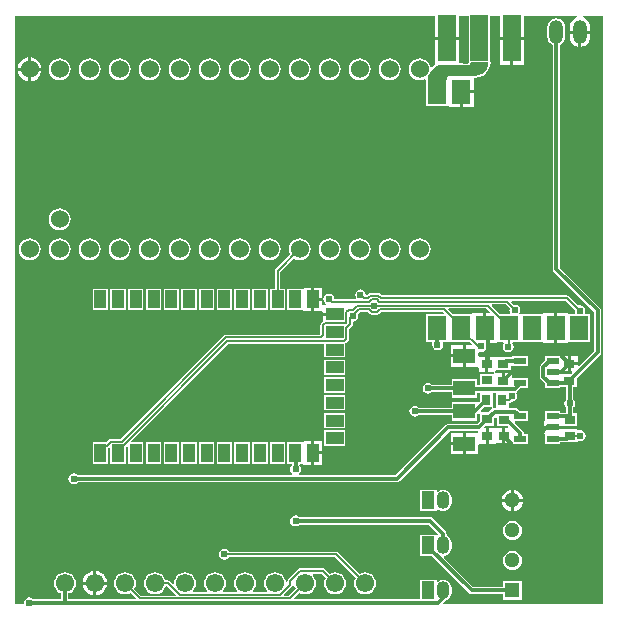
<source format=gtl>
%FSLAX23Y23*%
%MOIN*%
G70*
G01*
G75*
G04 Layer_Physical_Order=1*
G04 Layer_Color=255*
%ADD10R,0.039X0.059*%
%ADD11R,0.059X0.039*%
%ADD12R,0.035X0.031*%
%ADD13R,0.073X0.051*%
%ADD14R,0.059X0.157*%
%ADD15R,0.063X0.079*%
%ADD16R,0.035X0.030*%
%ADD17R,0.030X0.035*%
%ADD18R,0.039X0.022*%
%ADD19C,0.012*%
%ADD20C,0.012*%
%ADD21C,0.006*%
%ADD22O,0.047X0.079*%
%ADD23R,0.051X0.051*%
%ADD24C,0.051*%
%ADD25R,0.043X0.059*%
%ADD26O,0.043X0.059*%
%ADD27C,0.061*%
%ADD28C,0.060*%
%ADD29C,0.024*%
G36*
X2583Y2811D02*
X2582Y2799D01*
X2577Y2788D01*
X2570Y2779D01*
X2560Y2771D01*
X2549Y2767D01*
X2537Y2765D01*
X2537D01*
X2537Y2766D01*
X2456Y2766D01*
X2451Y2765D01*
X2448Y2763D01*
X2446Y2759D01*
X2445Y2755D01*
X2445D01*
Y2750D01*
X2382Y2750D01*
X2381Y2751D01*
X2383Y2763D01*
X2388Y2775D01*
X2396Y2785D01*
X2396Y2785D01*
X2396Y2785D01*
X2406Y2796D01*
X2406Y2796D01*
X2412Y2799D01*
X2418Y2801D01*
X2418Y2801D01*
X2418Y2800D01*
X2513Y2800D01*
X2517Y2801D01*
X2521Y2803D01*
X2523Y2807D01*
X2524Y2811D01*
X2583D01*
Y2811D01*
D02*
G37*
G36*
X1936Y1064D02*
X1940Y1056D01*
X1940Y1055D01*
X1916Y1032D01*
X1904D01*
X1902Y1036D01*
X1929Y1063D01*
X1931Y1066D01*
X1931Y1066D01*
X1936Y1064D01*
D02*
G37*
G36*
X2965Y1004D02*
X2434D01*
X2432Y1009D01*
X2439Y1015D01*
X2439Y1015D01*
X2446Y1018D01*
X2452Y1022D01*
X2456Y1028D01*
X2459Y1035D01*
X2460Y1042D01*
Y1058D01*
X2459Y1065D01*
X2456Y1072D01*
X2452Y1078D01*
X2446Y1082D01*
X2439Y1085D01*
X2432Y1086D01*
X2425Y1085D01*
X2418Y1082D01*
X2415Y1079D01*
X2410Y1082D01*
Y1085D01*
X2354D01*
Y1020D01*
X1937D01*
X1935Y1024D01*
X1953Y1042D01*
X1953Y1042D01*
X1962Y1038D01*
X1971Y1037D01*
X1981Y1038D01*
X1990Y1042D01*
X1997Y1048D01*
X2003Y1056D01*
X2007Y1064D01*
X2008Y1074D01*
X2007Y1083D01*
X2003Y1092D01*
X1997Y1100D01*
X1996Y1100D01*
X1998Y1105D01*
X2027D01*
X2040Y1092D01*
X2040Y1092D01*
X2036Y1083D01*
X2035Y1074D01*
X2036Y1064D01*
X2040Y1056D01*
X2045Y1048D01*
X2053Y1042D01*
X2062Y1038D01*
X2071Y1037D01*
X2081Y1038D01*
X2090Y1042D01*
X2097Y1048D01*
X2103Y1056D01*
X2107Y1064D01*
X2108Y1074D01*
X2107Y1083D01*
X2103Y1092D01*
X2097Y1100D01*
X2090Y1106D01*
X2081Y1109D01*
X2071Y1110D01*
X2062Y1109D01*
X2053Y1106D01*
X2053Y1105D01*
X2037Y1121D01*
X2034Y1123D01*
X2031Y1123D01*
X1956D01*
X1953Y1123D01*
X1950Y1121D01*
X1916Y1087D01*
X1914Y1084D01*
X1913Y1080D01*
Y1077D01*
X1912Y1077D01*
X1907Y1080D01*
X1907Y1083D01*
X1903Y1092D01*
X1897Y1100D01*
X1890Y1106D01*
X1881Y1109D01*
X1871Y1110D01*
X1862Y1109D01*
X1853Y1106D01*
X1845Y1100D01*
X1840Y1092D01*
X1836Y1083D01*
X1835Y1074D01*
X1836Y1064D01*
X1840Y1056D01*
X1845Y1049D01*
X1843Y1044D01*
X1799D01*
X1798Y1049D01*
X1803Y1056D01*
X1807Y1064D01*
X1808Y1074D01*
X1807Y1083D01*
X1803Y1092D01*
X1797Y1100D01*
X1790Y1106D01*
X1781Y1109D01*
X1771Y1110D01*
X1762Y1109D01*
X1753Y1106D01*
X1745Y1100D01*
X1740Y1092D01*
X1736Y1083D01*
X1735Y1074D01*
X1736Y1064D01*
X1740Y1056D01*
X1745Y1049D01*
X1743Y1044D01*
X1699D01*
X1698Y1049D01*
X1703Y1056D01*
X1707Y1064D01*
X1708Y1074D01*
X1707Y1083D01*
X1703Y1092D01*
X1697Y1100D01*
X1690Y1106D01*
X1681Y1109D01*
X1671Y1110D01*
X1662Y1109D01*
X1653Y1106D01*
X1645Y1100D01*
X1640Y1092D01*
X1636Y1083D01*
X1635Y1074D01*
X1636Y1064D01*
X1640Y1056D01*
X1645Y1049D01*
X1643Y1044D01*
X1599D01*
X1598Y1049D01*
X1603Y1056D01*
X1607Y1064D01*
X1608Y1074D01*
X1607Y1083D01*
X1603Y1092D01*
X1597Y1100D01*
X1590Y1106D01*
X1581Y1109D01*
X1571Y1110D01*
X1562Y1109D01*
X1553Y1106D01*
X1545Y1100D01*
X1540Y1092D01*
X1536Y1083D01*
X1535Y1075D01*
X1530Y1072D01*
X1522Y1080D01*
X1519Y1082D01*
X1516Y1083D01*
X1507D01*
X1507Y1083D01*
X1503Y1092D01*
X1497Y1100D01*
X1490Y1106D01*
X1481Y1109D01*
X1471Y1110D01*
X1462Y1109D01*
X1453Y1106D01*
X1445Y1100D01*
X1440Y1092D01*
X1436Y1083D01*
X1435Y1074D01*
X1436Y1064D01*
X1440Y1056D01*
X1445Y1048D01*
X1453Y1042D01*
X1462Y1038D01*
X1471Y1037D01*
X1481Y1038D01*
X1490Y1042D01*
X1497Y1048D01*
X1503Y1056D01*
X1507Y1064D01*
X1507Y1065D01*
X1512D01*
X1540Y1036D01*
X1538Y1032D01*
X1426D01*
X1403Y1055D01*
X1403Y1056D01*
X1407Y1064D01*
X1408Y1074D01*
X1407Y1083D01*
X1403Y1092D01*
X1397Y1100D01*
X1390Y1106D01*
X1381Y1109D01*
X1371Y1110D01*
X1362Y1109D01*
X1353Y1106D01*
X1345Y1100D01*
X1340Y1092D01*
X1336Y1083D01*
X1335Y1074D01*
X1336Y1064D01*
X1340Y1056D01*
X1345Y1048D01*
X1353Y1042D01*
X1362Y1038D01*
X1371Y1037D01*
X1381Y1038D01*
X1390Y1042D01*
X1390Y1042D01*
X1408Y1024D01*
X1406Y1020D01*
X1183D01*
Y1040D01*
X1190Y1042D01*
X1197Y1048D01*
X1203Y1056D01*
X1207Y1064D01*
X1208Y1074D01*
X1207Y1083D01*
X1203Y1092D01*
X1197Y1100D01*
X1190Y1106D01*
X1181Y1109D01*
X1171Y1110D01*
X1162Y1109D01*
X1153Y1106D01*
X1145Y1100D01*
X1140Y1092D01*
X1136Y1083D01*
X1135Y1074D01*
X1136Y1064D01*
X1140Y1056D01*
X1145Y1048D01*
X1153Y1042D01*
X1159Y1040D01*
Y1020D01*
X1067D01*
X1066Y1022D01*
X1060Y1026D01*
X1053Y1027D01*
X1046Y1026D01*
X1040Y1022D01*
X1036Y1016D01*
X1035Y1009D01*
X1035Y1008D01*
X1032Y1004D01*
X1004D01*
Y2965D01*
X2405D01*
Y2895D01*
X2484D01*
Y2965D01*
X2518D01*
Y2813D01*
X2517Y2812D01*
X2517Y2809D01*
X2516Y2808D01*
X2514Y2807D01*
X2512Y2806D01*
X2484Y2807D01*
Y2885D01*
X2405D01*
Y2803D01*
X2403Y2801D01*
X2402Y2800D01*
X2402Y2800D01*
X2394Y2793D01*
X2389Y2794D01*
X2389Y2797D01*
X2385Y2805D01*
X2379Y2813D01*
X2372Y2819D01*
X2363Y2822D01*
X2354Y2824D01*
X2344Y2822D01*
X2336Y2819D01*
X2328Y2813D01*
X2322Y2805D01*
X2319Y2797D01*
X2317Y2787D01*
X2319Y2778D01*
X2322Y2769D01*
X2328Y2762D01*
X2336Y2756D01*
X2344Y2752D01*
X2354Y2751D01*
X2363Y2752D01*
X2370Y2755D01*
X2375Y2752D01*
X2375Y2752D01*
X2375Y2751D01*
X2375Y2750D01*
X2375Y2749D01*
X2376Y2748D01*
Y2666D01*
X2451D01*
Y2662D01*
X2487D01*
Y2712D01*
X2492D01*
Y2717D01*
X2534D01*
Y2756D01*
X2536Y2758D01*
X2538Y2759D01*
X2550Y2760D01*
X2551Y2761D01*
X2552D01*
X2563Y2765D01*
X2563Y2766D01*
X2564Y2766D01*
X2574Y2774D01*
X2574Y2774D01*
X2575Y2775D01*
X2582Y2784D01*
X2582Y2785D01*
X2583Y2786D01*
X2588Y2797D01*
Y2798D01*
X2588Y2798D01*
X2590Y2810D01*
X2589Y2811D01*
X2590Y2811D01*
Y2811D01*
X2589Y2813D01*
X2589Y2813D01*
Y2965D01*
X2622D01*
Y2895D01*
X2701D01*
Y2965D01*
X2878D01*
X2879Y2960D01*
X2871Y2957D01*
X2864Y2951D01*
X2858Y2944D01*
X2855Y2936D01*
X2854Y2927D01*
Y2916D01*
X2922D01*
Y2927D01*
X2921Y2936D01*
X2917Y2944D01*
X2912Y2951D01*
X2905Y2957D01*
X2897Y2960D01*
X2898Y2965D01*
X2965D01*
Y1004D01*
D02*
G37*
%LPC*%
G36*
X2830Y1588D02*
X2768D01*
Y1572D01*
X2772D01*
Y1538D01*
X2823D01*
Y1543D01*
X2844D01*
X2844Y1543D01*
X2848Y1544D01*
X2850Y1545D01*
X2878D01*
Y1546D01*
X2883Y1549D01*
X2889Y1548D01*
X2896Y1549D01*
X2902Y1553D01*
X2906Y1559D01*
X2907Y1566D01*
X2906Y1573D01*
X2902Y1579D01*
X2896Y1583D01*
X2889Y1584D01*
X2883Y1583D01*
X2878Y1586D01*
Y1587D01*
X2831D01*
X2830Y1588D01*
D02*
G37*
G36*
X2498Y1574D02*
X2457D01*
Y1543D01*
X2498D01*
Y1574D01*
D02*
G37*
G36*
X2106Y1760D02*
X2035D01*
Y1709D01*
X2106D01*
Y1760D01*
D02*
G37*
G36*
Y1701D02*
X2035D01*
Y1650D01*
X2106D01*
Y1701D01*
D02*
G37*
G36*
Y1642D02*
X2035D01*
Y1590D01*
X2106D01*
Y1642D01*
D02*
G37*
G36*
X2498Y1533D02*
X2457D01*
Y1503D01*
X2498D01*
Y1533D01*
D02*
G37*
G36*
X1906Y1543D02*
X1854D01*
Y1472D01*
X1906D01*
Y1543D01*
D02*
G37*
G36*
X2028Y1547D02*
X2003D01*
Y1513D01*
X2028D01*
Y1547D01*
D02*
G37*
G36*
X2629Y1591D02*
X2606D01*
Y1590D01*
X2584D01*
Y1564D01*
Y1538D01*
X2606D01*
Y1538D01*
X2609Y1541D01*
X2629D01*
Y1566D01*
Y1591D01*
D02*
G37*
G36*
X2106Y1583D02*
X2035D01*
Y1531D01*
X2106D01*
Y1583D01*
D02*
G37*
G36*
Y1819D02*
X2035D01*
Y1768D01*
X2106D01*
Y1819D01*
D02*
G37*
G36*
X1315Y2055D02*
X1264D01*
Y1984D01*
X1315D01*
Y2055D01*
D02*
G37*
G36*
X1993Y2059D02*
X1968D01*
Y2058D01*
X1968Y2058D01*
X1965Y2055D01*
X1963Y2055D01*
X1913D01*
Y1984D01*
X1963D01*
X1965Y1984D01*
X1968Y1981D01*
Y1980D01*
X1993D01*
Y2020D01*
Y2059D01*
D02*
G37*
G36*
X1374Y2055D02*
X1323D01*
Y1984D01*
X1374D01*
Y2055D01*
D02*
G37*
G36*
X1492D02*
X1441D01*
Y1984D01*
X1492D01*
Y2055D01*
D02*
G37*
G36*
X1433D02*
X1382D01*
Y1984D01*
X1433D01*
Y2055D01*
D02*
G37*
G36*
X2809Y2957D02*
X2801Y2956D01*
X2794Y2953D01*
X2788Y2948D01*
X2783Y2942D01*
X2780Y2935D01*
X2779Y2927D01*
Y2896D01*
X2780Y2888D01*
X2783Y2881D01*
X2788Y2875D01*
X2794Y2870D01*
X2797Y2869D01*
Y2121D01*
X2797Y2121D01*
X2798Y2116D01*
X2800Y2112D01*
X2935Y1978D01*
Y1848D01*
X2886Y1799D01*
X2881Y1800D01*
Y1801D01*
X2858D01*
Y1780D01*
X2861D01*
X2863Y1776D01*
X2858Y1771D01*
X2830D01*
X2827Y1775D01*
Y1780D01*
X2848D01*
Y1806D01*
Y1832D01*
X2828D01*
X2826Y1832D01*
X2826Y1832D01*
X2823Y1832D01*
Y1832D01*
X2823Y1832D01*
X2772D01*
Y1817D01*
X2757Y1802D01*
X2754Y1798D01*
X2754Y1793D01*
X2754Y1793D01*
Y1762D01*
X2754Y1762D01*
X2754Y1757D01*
X2757Y1753D01*
X2772Y1739D01*
Y1723D01*
X2823D01*
Y1728D01*
X2830D01*
Y1727D01*
X2842D01*
Y1687D01*
X2841Y1686D01*
X2838Y1680D01*
X2836Y1673D01*
X2838Y1666D01*
X2841Y1660D01*
X2842Y1660D01*
Y1642D01*
X2823D01*
Y1647D01*
X2772D01*
Y1613D01*
X2768D01*
Y1598D01*
X2830D01*
X2831Y1598D01*
X2878D01*
Y1640D01*
X2866D01*
Y1660D01*
X2867Y1660D01*
X2871Y1666D01*
X2872Y1673D01*
X2871Y1680D01*
X2867Y1686D01*
X2866Y1687D01*
Y1727D01*
X2877D01*
Y1756D01*
X2955Y1834D01*
X2958Y1838D01*
X2959Y1843D01*
X2959Y1843D01*
Y1983D01*
X2959Y1983D01*
X2958Y1988D01*
X2955Y1992D01*
X2821Y2126D01*
Y2869D01*
X2824Y2870D01*
X2830Y2875D01*
X2835Y2881D01*
X2838Y2888D01*
X2839Y2896D01*
Y2927D01*
X2838Y2935D01*
X2835Y2942D01*
X2830Y2948D01*
X2824Y2953D01*
X2817Y2956D01*
X2809Y2957D01*
D02*
G37*
G36*
X2498Y1827D02*
X2457D01*
Y1796D01*
X2498D01*
Y1827D01*
D02*
G37*
G36*
X2858Y1832D02*
Y1811D01*
X2881D01*
Y1832D01*
X2858D01*
D02*
G37*
G36*
X2498Y1867D02*
X2457D01*
Y1837D01*
X2498D01*
Y1867D01*
D02*
G37*
G36*
X2715Y1832D02*
X2663D01*
Y1827D01*
X2657D01*
Y1828D01*
X2610D01*
X2610Y1828D01*
X2605Y1829D01*
X2605D01*
X2605Y1829D01*
X2583D01*
Y1804D01*
Y1779D01*
X2600D01*
X2600D01*
X2600D01*
X2601D01*
X2602Y1779D01*
X2605Y1775D01*
X2605Y1775D01*
X2603Y1773D01*
X2602Y1772D01*
X2602Y1772D01*
X2602Y1772D01*
X2602Y1772D01*
X2601Y1772D01*
X2554D01*
Y1734D01*
X2545D01*
Y1755D01*
X2461D01*
Y1736D01*
X2395D01*
X2395Y1736D01*
X2389Y1740D01*
X2382Y1742D01*
X2375Y1740D01*
X2369Y1736D01*
X2365Y1730D01*
X2364Y1723D01*
X2365Y1716D01*
X2369Y1711D01*
X2375Y1707D01*
X2382Y1705D01*
X2389Y1707D01*
X2395Y1711D01*
X2395Y1711D01*
X2461D01*
Y1692D01*
X2545D01*
Y1709D01*
X2551D01*
X2555Y1707D01*
X2555Y1704D01*
Y1680D01*
X2550Y1675D01*
X2545Y1677D01*
Y1678D01*
X2461D01*
Y1659D01*
X2351D01*
X2350Y1659D01*
X2345Y1663D01*
X2338Y1665D01*
X2331Y1663D01*
X2325Y1659D01*
X2321Y1654D01*
X2319Y1647D01*
X2321Y1640D01*
X2325Y1634D01*
X2331Y1630D01*
X2338Y1628D01*
X2345Y1630D01*
X2350Y1634D01*
X2351Y1634D01*
X2461D01*
Y1615D01*
X2545D01*
Y1637D01*
X2547Y1638D01*
X2550Y1641D01*
X2555Y1639D01*
Y1615D01*
X2545Y1605D01*
X2449D01*
X2444Y1604D01*
X2440Y1601D01*
X2273Y1434D01*
X1952D01*
X1951Y1439D01*
X1953Y1441D01*
X1957Y1447D01*
X1958Y1454D01*
X1957Y1461D01*
X1953Y1467D01*
X1955Y1471D01*
X1956Y1472D01*
X1963D01*
X1965Y1472D01*
X1968Y1469D01*
Y1468D01*
X1993D01*
Y1508D01*
Y1547D01*
X1968D01*
Y1547D01*
X1965Y1543D01*
X1963Y1543D01*
X1913D01*
Y1472D01*
X1928D01*
Y1467D01*
X1927Y1467D01*
X1923Y1461D01*
X1922Y1454D01*
X1923Y1447D01*
X1927Y1441D01*
X1929Y1439D01*
X1928Y1434D01*
X1214D01*
X1214Y1435D01*
X1208Y1439D01*
X1201Y1440D01*
X1194Y1439D01*
X1188Y1435D01*
X1184Y1429D01*
X1183Y1422D01*
X1184Y1415D01*
X1188Y1409D01*
X1194Y1405D01*
X1201Y1404D01*
X1208Y1405D01*
X1214Y1409D01*
X1214Y1410D01*
X2279D01*
X2283Y1411D01*
X2287Y1414D01*
X2454Y1580D01*
X2547D01*
X2547Y1579D01*
X2547Y1577D01*
X2545Y1574D01*
X2508D01*
Y1538D01*
Y1503D01*
X2549D01*
Y1534D01*
X2551Y1538D01*
X2554Y1538D01*
X2574D01*
Y1564D01*
Y1590D01*
X2571D01*
X2569Y1594D01*
X2574Y1599D01*
X2602D01*
Y1626D01*
X2605Y1629D01*
X2610Y1626D01*
Y1598D01*
X2647D01*
X2649Y1595D01*
X2647Y1591D01*
X2639D01*
Y1566D01*
Y1541D01*
X2662D01*
X2663Y1538D01*
Y1538D01*
X2715D01*
Y1572D01*
X2705D01*
X2701Y1574D01*
X2700Y1578D01*
X2698Y1582D01*
X2698Y1582D01*
X2671Y1608D01*
X2673Y1613D01*
X2715D01*
Y1647D01*
X2689D01*
X2682Y1655D01*
X2678Y1657D01*
X2673Y1658D01*
X2654D01*
X2650Y1660D01*
X2650Y1663D01*
Y1674D01*
X2652D01*
X2655Y1675D01*
X2658Y1677D01*
X2660Y1679D01*
X2661Y1679D01*
X2668Y1680D01*
X2673Y1684D01*
X2677Y1690D01*
X2679Y1697D01*
X2677Y1704D01*
X2676Y1706D01*
X2676Y1707D01*
X2678Y1712D01*
X2679Y1713D01*
X2679Y1713D01*
X2679Y1713D01*
X2683Y1717D01*
X2689Y1723D01*
X2715D01*
Y1757D01*
X2663D01*
X2661Y1761D01*
Y1775D01*
X2638D01*
Y1749D01*
X2628D01*
Y1775D01*
X2610D01*
X2608D01*
Y1775D01*
X2610Y1775D01*
X2608Y1775D01*
X2606Y1777D01*
X2606Y1780D01*
X2607Y1782D01*
X2609Y1783D01*
X2607Y1783D01*
X2607Y1783D01*
X2610Y1784D01*
X2609Y1783D01*
X2612Y1784D01*
X2657D01*
Y1803D01*
X2663D01*
Y1798D01*
X2715D01*
Y1832D01*
D02*
G37*
G36*
X2663Y1282D02*
X2655Y1281D01*
X2647Y1278D01*
X2641Y1272D01*
X2636Y1266D01*
X2633Y1258D01*
X2632Y1250D01*
X2633Y1242D01*
X2636Y1234D01*
X2641Y1227D01*
X2647Y1222D01*
X2655Y1219D01*
X2663Y1218D01*
X2672Y1219D01*
X2679Y1222D01*
X2686Y1227D01*
X2691Y1234D01*
X2694Y1242D01*
X2695Y1250D01*
X2694Y1258D01*
X2691Y1266D01*
X2686Y1272D01*
X2679Y1278D01*
X2672Y1281D01*
X2663Y1282D01*
D02*
G37*
G36*
Y1182D02*
X2655Y1181D01*
X2647Y1178D01*
X2641Y1172D01*
X2636Y1166D01*
X2633Y1158D01*
X2632Y1150D01*
X2633Y1142D01*
X2636Y1134D01*
X2641Y1127D01*
X2647Y1122D01*
X2655Y1119D01*
X2663Y1118D01*
X2672Y1119D01*
X2679Y1122D01*
X2686Y1127D01*
X2691Y1134D01*
X2694Y1142D01*
X2695Y1150D01*
X2694Y1158D01*
X2691Y1166D01*
X2686Y1172D01*
X2679Y1178D01*
X2672Y1181D01*
X2663Y1182D01*
D02*
G37*
G36*
X1940Y1300D02*
X1933Y1298D01*
X1927Y1294D01*
X1923Y1288D01*
X1922Y1281D01*
X1923Y1275D01*
X1927Y1269D01*
X1933Y1265D01*
X1940Y1263D01*
X1947Y1265D01*
X1953Y1269D01*
X1953Y1269D01*
X2384D01*
X2415Y1239D01*
X2414Y1233D01*
X2410Y1235D01*
Y1235D01*
X2354D01*
Y1164D01*
X2395D01*
X2518Y1041D01*
X2518Y1041D01*
X2522Y1039D01*
X2527Y1038D01*
X2632D01*
Y1018D01*
X2695D01*
Y1082D01*
X2632D01*
Y1062D01*
X2532D01*
X2434Y1159D01*
X2436Y1165D01*
X2439Y1165D01*
X2446Y1168D01*
X2452Y1172D01*
X2456Y1178D01*
X2459Y1185D01*
X2460Y1192D01*
Y1208D01*
X2459Y1215D01*
X2456Y1222D01*
X2452Y1228D01*
X2446Y1232D01*
X2444Y1233D01*
Y1238D01*
X2444Y1238D01*
X2443Y1242D01*
X2443Y1243D01*
X2440Y1247D01*
X2440Y1247D01*
X2397Y1290D01*
X2393Y1293D01*
X2389Y1294D01*
X2389Y1294D01*
X1953D01*
X1953Y1294D01*
X1947Y1298D01*
X1940Y1300D01*
D02*
G37*
G36*
X2699Y1345D02*
X2668D01*
Y1315D01*
X2673Y1315D01*
X2681Y1319D01*
X2689Y1325D01*
X2694Y1332D01*
X2698Y1341D01*
X2699Y1345D01*
D02*
G37*
G36*
X2658D02*
X2628D01*
X2629Y1341D01*
X2632Y1332D01*
X2638Y1325D01*
X2645Y1319D01*
X2654Y1315D01*
X2658Y1315D01*
Y1345D01*
D02*
G37*
G36*
X1311Y1069D02*
X1276D01*
Y1034D01*
X1282Y1035D01*
X1292Y1039D01*
X1300Y1045D01*
X1306Y1053D01*
X1311Y1063D01*
X1311Y1069D01*
D02*
G37*
G36*
X1266D02*
X1231D01*
X1232Y1063D01*
X1236Y1053D01*
X1243Y1045D01*
X1251Y1039D01*
X1261Y1035D01*
X1266Y1034D01*
Y1069D01*
D02*
G37*
G36*
X1703Y1188D02*
X1696Y1187D01*
X1690Y1183D01*
X1686Y1177D01*
X1685Y1170D01*
X1686Y1163D01*
X1690Y1157D01*
X1696Y1153D01*
X1703Y1152D01*
X1710Y1153D01*
X1716Y1157D01*
X1718Y1161D01*
X2071D01*
X2140Y1092D01*
X2140Y1092D01*
X2136Y1083D01*
X2135Y1074D01*
X2136Y1064D01*
X2140Y1056D01*
X2145Y1048D01*
X2153Y1042D01*
X2162Y1038D01*
X2171Y1037D01*
X2181Y1038D01*
X2190Y1042D01*
X2197Y1048D01*
X2203Y1056D01*
X2207Y1064D01*
X2208Y1074D01*
X2207Y1083D01*
X2203Y1092D01*
X2197Y1100D01*
X2190Y1106D01*
X2181Y1109D01*
X2171Y1110D01*
X2162Y1109D01*
X2153Y1106D01*
X2153Y1105D01*
X2081Y1177D01*
X2078Y1179D01*
X2075Y1179D01*
X1718D01*
X1716Y1183D01*
X1710Y1187D01*
X1703Y1188D01*
D02*
G37*
G36*
X1276Y1114D02*
Y1079D01*
X1311D01*
X1311Y1084D01*
X1306Y1094D01*
X1300Y1103D01*
X1292Y1109D01*
X1282Y1113D01*
X1276Y1114D01*
D02*
G37*
G36*
X1266D02*
X1261Y1113D01*
X1251Y1109D01*
X1243Y1103D01*
X1236Y1094D01*
X1232Y1084D01*
X1231Y1079D01*
X1266D01*
Y1114D01*
D02*
G37*
G36*
X2658Y1385D02*
X2654Y1385D01*
X2645Y1381D01*
X2638Y1375D01*
X2632Y1368D01*
X2629Y1359D01*
X2628Y1355D01*
X2658D01*
Y1385D01*
D02*
G37*
G36*
X1669Y1543D02*
X1618D01*
Y1472D01*
X1669D01*
Y1543D01*
D02*
G37*
G36*
X1610D02*
X1559D01*
Y1472D01*
X1610D01*
Y1543D01*
D02*
G37*
G36*
X1728D02*
X1677D01*
Y1472D01*
X1728D01*
Y1543D01*
D02*
G37*
G36*
X1847D02*
X1795D01*
Y1472D01*
X1847D01*
Y1543D01*
D02*
G37*
G36*
X1787D02*
X1736D01*
Y1472D01*
X1787D01*
Y1543D01*
D02*
G37*
G36*
X2432Y1386D02*
X2425Y1385D01*
X2418Y1382D01*
X2415Y1379D01*
X2410Y1382D01*
Y1385D01*
X2354D01*
Y1314D01*
X2410D01*
Y1318D01*
X2415Y1321D01*
X2418Y1318D01*
X2425Y1315D01*
X2432Y1314D01*
X2439Y1315D01*
X2446Y1318D01*
X2452Y1322D01*
X2456Y1328D01*
X2459Y1335D01*
X2460Y1342D01*
Y1358D01*
X2459Y1365D01*
X2456Y1372D01*
X2452Y1378D01*
X2446Y1382D01*
X2439Y1385D01*
X2432Y1386D01*
D02*
G37*
G36*
X2668Y1385D02*
Y1355D01*
X2699D01*
X2698Y1359D01*
X2694Y1368D01*
X2689Y1375D01*
X2681Y1381D01*
X2673Y1385D01*
X2668Y1385D01*
D02*
G37*
G36*
X2028Y1503D02*
X2003D01*
Y1468D01*
X2028D01*
Y1503D01*
D02*
G37*
G36*
X1551Y1543D02*
X1500D01*
Y1472D01*
X1551D01*
Y1543D01*
D02*
G37*
G36*
X1492D02*
X1441D01*
Y1472D01*
X1492D01*
Y1543D01*
D02*
G37*
G36*
X1551Y2055D02*
X1500D01*
Y1984D01*
X1551D01*
Y2055D01*
D02*
G37*
G36*
X1354Y2824D02*
X1344Y2822D01*
X1336Y2819D01*
X1328Y2813D01*
X1322Y2805D01*
X1319Y2797D01*
X1317Y2787D01*
X1319Y2778D01*
X1322Y2769D01*
X1328Y2762D01*
X1336Y2756D01*
X1344Y2752D01*
X1354Y2751D01*
X1363Y2752D01*
X1372Y2756D01*
X1379Y2762D01*
X1385Y2769D01*
X1389Y2778D01*
X1390Y2787D01*
X1389Y2797D01*
X1385Y2805D01*
X1379Y2813D01*
X1372Y2819D01*
X1363Y2822D01*
X1354Y2824D01*
D02*
G37*
G36*
X1254D02*
X1244Y2822D01*
X1236Y2819D01*
X1228Y2813D01*
X1222Y2805D01*
X1219Y2797D01*
X1217Y2787D01*
X1219Y2778D01*
X1222Y2769D01*
X1228Y2762D01*
X1236Y2756D01*
X1244Y2752D01*
X1254Y2751D01*
X1263Y2752D01*
X1272Y2756D01*
X1279Y2762D01*
X1285Y2769D01*
X1289Y2778D01*
X1290Y2787D01*
X1289Y2797D01*
X1285Y2805D01*
X1279Y2813D01*
X1272Y2819D01*
X1263Y2822D01*
X1254Y2824D01*
D02*
G37*
G36*
X1454D02*
X1444Y2822D01*
X1436Y2819D01*
X1428Y2813D01*
X1422Y2805D01*
X1419Y2797D01*
X1417Y2787D01*
X1419Y2778D01*
X1422Y2769D01*
X1428Y2762D01*
X1436Y2756D01*
X1444Y2752D01*
X1454Y2751D01*
X1463Y2752D01*
X1472Y2756D01*
X1479Y2762D01*
X1485Y2769D01*
X1489Y2778D01*
X1490Y2787D01*
X1489Y2797D01*
X1485Y2805D01*
X1479Y2813D01*
X1472Y2819D01*
X1463Y2822D01*
X1454Y2824D01*
D02*
G37*
G36*
X1654D02*
X1644Y2822D01*
X1636Y2819D01*
X1628Y2813D01*
X1622Y2805D01*
X1619Y2797D01*
X1617Y2787D01*
X1619Y2778D01*
X1622Y2769D01*
X1628Y2762D01*
X1636Y2756D01*
X1644Y2752D01*
X1654Y2751D01*
X1663Y2752D01*
X1672Y2756D01*
X1679Y2762D01*
X1685Y2769D01*
X1689Y2778D01*
X1690Y2787D01*
X1689Y2797D01*
X1685Y2805D01*
X1679Y2813D01*
X1672Y2819D01*
X1663Y2822D01*
X1654Y2824D01*
D02*
G37*
G36*
X1554D02*
X1544Y2822D01*
X1536Y2819D01*
X1528Y2813D01*
X1522Y2805D01*
X1519Y2797D01*
X1517Y2787D01*
X1519Y2778D01*
X1522Y2769D01*
X1528Y2762D01*
X1536Y2756D01*
X1544Y2752D01*
X1554Y2751D01*
X1563Y2752D01*
X1572Y2756D01*
X1579Y2762D01*
X1585Y2769D01*
X1589Y2778D01*
X1590Y2787D01*
X1589Y2797D01*
X1585Y2805D01*
X1579Y2813D01*
X1572Y2819D01*
X1563Y2822D01*
X1554Y2824D01*
D02*
G37*
G36*
X1154D02*
X1144Y2822D01*
X1136Y2819D01*
X1128Y2813D01*
X1122Y2805D01*
X1119Y2797D01*
X1117Y2787D01*
X1119Y2778D01*
X1122Y2769D01*
X1128Y2762D01*
X1136Y2756D01*
X1144Y2752D01*
X1154Y2751D01*
X1163Y2752D01*
X1172Y2756D01*
X1179Y2762D01*
X1185Y2769D01*
X1189Y2778D01*
X1190Y2787D01*
X1189Y2797D01*
X1185Y2805D01*
X1179Y2813D01*
X1172Y2819D01*
X1163Y2822D01*
X1154Y2824D01*
D02*
G37*
G36*
Y2324D02*
X1144Y2322D01*
X1136Y2319D01*
X1128Y2313D01*
X1122Y2305D01*
X1119Y2297D01*
X1117Y2287D01*
X1119Y2278D01*
X1122Y2269D01*
X1128Y2262D01*
X1136Y2256D01*
X1144Y2252D01*
X1154Y2251D01*
X1163Y2252D01*
X1172Y2256D01*
X1179Y2262D01*
X1185Y2269D01*
X1189Y2278D01*
X1190Y2287D01*
X1189Y2297D01*
X1185Y2305D01*
X1179Y2313D01*
X1172Y2319D01*
X1163Y2322D01*
X1154Y2324D01*
D02*
G37*
G36*
X2354Y2224D02*
X2344Y2222D01*
X2336Y2219D01*
X2328Y2213D01*
X2322Y2205D01*
X2319Y2197D01*
X2317Y2187D01*
X2319Y2178D01*
X2322Y2169D01*
X2328Y2162D01*
X2336Y2156D01*
X2344Y2152D01*
X2354Y2151D01*
X2363Y2152D01*
X2372Y2156D01*
X2379Y2162D01*
X2385Y2169D01*
X2389Y2178D01*
X2390Y2187D01*
X2389Y2197D01*
X2385Y2205D01*
X2379Y2213D01*
X2372Y2219D01*
X2363Y2222D01*
X2354Y2224D01*
D02*
G37*
G36*
X2534Y2707D02*
X2497D01*
Y2662D01*
X2534D01*
Y2707D01*
D02*
G37*
G36*
X1093Y2782D02*
X1059D01*
Y2748D01*
X1064Y2748D01*
X1074Y2752D01*
X1082Y2759D01*
X1089Y2767D01*
X1093Y2777D01*
X1093Y2782D01*
D02*
G37*
G36*
X1049D02*
X1014D01*
X1015Y2777D01*
X1019Y2767D01*
X1025Y2759D01*
X1034Y2752D01*
X1043Y2748D01*
X1049Y2748D01*
Y2782D01*
D02*
G37*
G36*
X1754Y2824D02*
X1744Y2822D01*
X1736Y2819D01*
X1728Y2813D01*
X1722Y2805D01*
X1719Y2797D01*
X1717Y2787D01*
X1719Y2778D01*
X1722Y2769D01*
X1728Y2762D01*
X1736Y2756D01*
X1744Y2752D01*
X1754Y2751D01*
X1763Y2752D01*
X1772Y2756D01*
X1779Y2762D01*
X1785Y2769D01*
X1789Y2778D01*
X1790Y2787D01*
X1789Y2797D01*
X1785Y2805D01*
X1779Y2813D01*
X1772Y2819D01*
X1763Y2822D01*
X1754Y2824D01*
D02*
G37*
G36*
X2656Y2885D02*
X2622D01*
Y2801D01*
X2656D01*
Y2885D01*
D02*
G37*
G36*
X1059Y2827D02*
Y2792D01*
X1093D01*
X1093Y2798D01*
X1089Y2807D01*
X1082Y2816D01*
X1074Y2822D01*
X1064Y2826D01*
X1059Y2827D01*
D02*
G37*
G36*
X2701Y2885D02*
X2666D01*
Y2801D01*
X2701D01*
Y2885D01*
D02*
G37*
G36*
X2922Y2906D02*
X2893D01*
Y2862D01*
X2897Y2863D01*
X2905Y2866D01*
X2912Y2872D01*
X2917Y2879D01*
X2921Y2887D01*
X2922Y2896D01*
Y2906D01*
D02*
G37*
G36*
X2883D02*
X2854D01*
Y2896D01*
X2855Y2887D01*
X2858Y2879D01*
X2864Y2872D01*
X2871Y2866D01*
X2879Y2863D01*
X2883Y2862D01*
Y2906D01*
D02*
G37*
G36*
X1049Y2827D02*
X1043Y2826D01*
X1034Y2822D01*
X1025Y2816D01*
X1019Y2807D01*
X1015Y2798D01*
X1014Y2792D01*
X1049D01*
Y2827D01*
D02*
G37*
G36*
X1954Y2824D02*
X1944Y2822D01*
X1936Y2819D01*
X1928Y2813D01*
X1922Y2805D01*
X1919Y2797D01*
X1917Y2787D01*
X1919Y2778D01*
X1922Y2769D01*
X1928Y2762D01*
X1936Y2756D01*
X1944Y2752D01*
X1954Y2751D01*
X1963Y2752D01*
X1972Y2756D01*
X1979Y2762D01*
X1985Y2769D01*
X1989Y2778D01*
X1990Y2787D01*
X1989Y2797D01*
X1985Y2805D01*
X1979Y2813D01*
X1972Y2819D01*
X1963Y2822D01*
X1954Y2824D01*
D02*
G37*
G36*
X1854D02*
X1844Y2822D01*
X1836Y2819D01*
X1828Y2813D01*
X1822Y2805D01*
X1819Y2797D01*
X1817Y2787D01*
X1819Y2778D01*
X1822Y2769D01*
X1828Y2762D01*
X1836Y2756D01*
X1844Y2752D01*
X1854Y2751D01*
X1863Y2752D01*
X1872Y2756D01*
X1879Y2762D01*
X1885Y2769D01*
X1889Y2778D01*
X1890Y2787D01*
X1889Y2797D01*
X1885Y2805D01*
X1879Y2813D01*
X1872Y2819D01*
X1863Y2822D01*
X1854Y2824D01*
D02*
G37*
G36*
X2054D02*
X2044Y2822D01*
X2036Y2819D01*
X2028Y2813D01*
X2022Y2805D01*
X2019Y2797D01*
X2017Y2787D01*
X2019Y2778D01*
X2022Y2769D01*
X2028Y2762D01*
X2036Y2756D01*
X2044Y2752D01*
X2054Y2751D01*
X2063Y2752D01*
X2072Y2756D01*
X2079Y2762D01*
X2085Y2769D01*
X2089Y2778D01*
X2090Y2787D01*
X2089Y2797D01*
X2085Y2805D01*
X2079Y2813D01*
X2072Y2819D01*
X2063Y2822D01*
X2054Y2824D01*
D02*
G37*
G36*
X2254D02*
X2244Y2822D01*
X2236Y2819D01*
X2228Y2813D01*
X2222Y2805D01*
X2219Y2797D01*
X2217Y2787D01*
X2219Y2778D01*
X2222Y2769D01*
X2228Y2762D01*
X2236Y2756D01*
X2244Y2752D01*
X2254Y2751D01*
X2263Y2752D01*
X2272Y2756D01*
X2279Y2762D01*
X2285Y2769D01*
X2289Y2778D01*
X2290Y2787D01*
X2289Y2797D01*
X2285Y2805D01*
X2279Y2813D01*
X2272Y2819D01*
X2263Y2822D01*
X2254Y2824D01*
D02*
G37*
G36*
X2154D02*
X2144Y2822D01*
X2136Y2819D01*
X2128Y2813D01*
X2122Y2805D01*
X2119Y2797D01*
X2117Y2787D01*
X2119Y2778D01*
X2122Y2769D01*
X2128Y2762D01*
X2136Y2756D01*
X2144Y2752D01*
X2154Y2751D01*
X2163Y2752D01*
X2172Y2756D01*
X2179Y2762D01*
X2185Y2769D01*
X2189Y2778D01*
X2190Y2787D01*
X2189Y2797D01*
X2185Y2805D01*
X2179Y2813D01*
X2172Y2819D01*
X2163Y2822D01*
X2154Y2824D01*
D02*
G37*
G36*
X2254Y2224D02*
X2244Y2222D01*
X2236Y2219D01*
X2228Y2213D01*
X2222Y2205D01*
X2219Y2197D01*
X2217Y2187D01*
X2219Y2178D01*
X2222Y2169D01*
X2228Y2162D01*
X2236Y2156D01*
X2244Y2152D01*
X2254Y2151D01*
X2263Y2152D01*
X2272Y2156D01*
X2279Y2162D01*
X2285Y2169D01*
X2289Y2178D01*
X2290Y2187D01*
X2289Y2197D01*
X2285Y2205D01*
X2279Y2213D01*
X2272Y2219D01*
X2263Y2222D01*
X2254Y2224D01*
D02*
G37*
G36*
X2028Y2059D02*
X2003D01*
Y2025D01*
X2028D01*
Y2059D01*
D02*
G37*
G36*
X2156Y2054D02*
X2150Y2052D01*
X2144Y2048D01*
X2140Y2042D01*
X2138Y2035D01*
X2140Y2028D01*
X2142Y2025D01*
X2139Y2020D01*
X2070D01*
X2069Y2021D01*
X2068Y2028D01*
X2064Y2034D01*
X2058Y2038D01*
X2051Y2039D01*
X2044Y2038D01*
X2038Y2034D01*
X2035Y2028D01*
X2033Y2021D01*
X2035Y2014D01*
X2038Y2008D01*
X2043Y2005D01*
X2041Y2000D01*
X2033D01*
X2031Y2000D01*
X2028Y2003D01*
Y2015D01*
X2003D01*
Y1980D01*
X2026D01*
X2028Y1980D01*
X2031Y1977D01*
Y1975D01*
X2071D01*
Y1965D01*
X2031D01*
Y1947D01*
X2026Y1941D01*
X2024Y1938D01*
X2023Y1935D01*
Y1905D01*
X2020Y1902D01*
X1708D01*
X1705Y1902D01*
X1702Y1900D01*
X1358Y1556D01*
X1325D01*
X1322Y1555D01*
X1321Y1555D01*
X1319Y1553D01*
X1309Y1543D01*
X1264D01*
Y1472D01*
X1315D01*
Y1523D01*
X1318Y1526D01*
X1323Y1524D01*
Y1472D01*
X1374D01*
Y1528D01*
X1377Y1531D01*
X1382Y1529D01*
Y1472D01*
X1433D01*
Y1543D01*
X1395D01*
X1393Y1548D01*
X1717Y1872D01*
X2035D01*
Y1827D01*
X2106D01*
Y1873D01*
X2109Y1875D01*
X2116Y1882D01*
X2118Y1884D01*
X2119Y1888D01*
Y1921D01*
X2128Y1930D01*
X2130Y1933D01*
X2131Y1937D01*
Y1946D01*
X2137Y1948D01*
X2143Y1952D01*
X2147Y1958D01*
X2148Y1965D01*
X2147Y1970D01*
X2155Y1978D01*
X2181D01*
X2188Y1972D01*
X2191Y1970D01*
X2194Y1969D01*
X2211D01*
X2215Y1970D01*
X2218Y1972D01*
X2224Y1978D01*
X2430D01*
X2434Y1974D01*
X2432Y1970D01*
X2376D01*
Y1879D01*
X2394D01*
X2396Y1874D01*
X2395Y1868D01*
X2397Y1861D01*
X2401Y1855D01*
X2406Y1851D01*
X2413Y1850D01*
X2420Y1851D01*
X2426Y1855D01*
X2430Y1861D01*
X2432Y1868D01*
X2430Y1874D01*
X2433Y1879D01*
X2451D01*
X2451Y1879D01*
X2451D01*
X2455D01*
Y1879D01*
X2456Y1879D01*
X2520D01*
X2527Y1872D01*
X2525Y1867D01*
X2508D01*
Y1832D01*
Y1796D01*
X2545D01*
X2549Y1796D01*
X2550Y1791D01*
Y1791D01*
Y1779D01*
X2573D01*
Y1804D01*
Y1829D01*
X2554D01*
X2550Y1829D01*
X2549Y1834D01*
Y1842D01*
X2554Y1846D01*
X2558Y1845D01*
X2565Y1846D01*
X2571Y1850D01*
X2575Y1856D01*
X2576Y1863D01*
X2575Y1870D01*
X2575Y1871D01*
X2577Y1875D01*
X2612D01*
Y1879D01*
X2633D01*
X2633Y1878D01*
X2635Y1874D01*
X2632Y1869D01*
X2630Y1862D01*
X2632Y1855D01*
X2636Y1849D01*
X2642Y1845D01*
X2649Y1844D01*
X2656Y1845D01*
X2661Y1849D01*
X2665Y1855D01*
X2667Y1862D01*
X2665Y1869D01*
X2662Y1874D01*
X2664Y1878D01*
X2664Y1879D01*
X2687D01*
Y1879D01*
X2691D01*
Y1879D01*
X2766D01*
Y1875D01*
X2802D01*
Y1924D01*
Y1974D01*
X2766D01*
Y1970D01*
X2691D01*
Y1970D01*
X2687D01*
X2686Y1975D01*
X2688Y1977D01*
X2689Y1984D01*
X2688Y1991D01*
X2684Y1997D01*
X2678Y2001D01*
X2671Y2002D01*
X2667Y2002D01*
X2658Y2010D01*
X2660Y2015D01*
X2841D01*
X2871Y1985D01*
X2870Y1981D01*
X2871Y1975D01*
X2871Y1974D01*
X2868Y1970D01*
X2849D01*
Y1974D01*
X2812D01*
Y1924D01*
Y1875D01*
X2849D01*
Y1879D01*
X2923D01*
Y1970D01*
X2907D01*
X2905Y1974D01*
X2905Y1975D01*
X2906Y1981D01*
X2905Y1988D01*
X2901Y1994D01*
X2895Y1998D01*
X2888Y2000D01*
X2883Y1999D01*
X2852Y2030D01*
X2849Y2032D01*
X2845Y2033D01*
X2228D01*
X2223Y2038D01*
X2220Y2040D01*
X2216Y2041D01*
X2189D01*
X2186Y2040D01*
X2183Y2038D01*
X2179Y2035D01*
X2179Y2035D01*
X2174Y2037D01*
X2173Y2042D01*
X2169Y2048D01*
X2163Y2052D01*
X2156Y2054D01*
D02*
G37*
G36*
X1054Y2224D02*
X1044Y2222D01*
X1036Y2219D01*
X1028Y2213D01*
X1022Y2205D01*
X1019Y2197D01*
X1017Y2187D01*
X1019Y2178D01*
X1022Y2169D01*
X1028Y2162D01*
X1036Y2156D01*
X1044Y2152D01*
X1054Y2151D01*
X1063Y2152D01*
X1072Y2156D01*
X1079Y2162D01*
X1085Y2169D01*
X1089Y2178D01*
X1090Y2187D01*
X1089Y2197D01*
X1085Y2205D01*
X1079Y2213D01*
X1072Y2219D01*
X1063Y2222D01*
X1054Y2224D01*
D02*
G37*
G36*
X1254D02*
X1244Y2222D01*
X1236Y2219D01*
X1228Y2213D01*
X1222Y2205D01*
X1219Y2197D01*
X1217Y2187D01*
X1219Y2178D01*
X1222Y2169D01*
X1228Y2162D01*
X1236Y2156D01*
X1244Y2152D01*
X1254Y2151D01*
X1263Y2152D01*
X1272Y2156D01*
X1279Y2162D01*
X1285Y2169D01*
X1289Y2178D01*
X1290Y2187D01*
X1289Y2197D01*
X1285Y2205D01*
X1279Y2213D01*
X1272Y2219D01*
X1263Y2222D01*
X1254Y2224D01*
D02*
G37*
G36*
X1154D02*
X1144Y2222D01*
X1136Y2219D01*
X1128Y2213D01*
X1122Y2205D01*
X1119Y2197D01*
X1117Y2187D01*
X1119Y2178D01*
X1122Y2169D01*
X1128Y2162D01*
X1136Y2156D01*
X1144Y2152D01*
X1154Y2151D01*
X1163Y2152D01*
X1172Y2156D01*
X1179Y2162D01*
X1185Y2169D01*
X1189Y2178D01*
X1190Y2187D01*
X1189Y2197D01*
X1185Y2205D01*
X1179Y2213D01*
X1172Y2219D01*
X1163Y2222D01*
X1154Y2224D01*
D02*
G37*
G36*
X1669Y2055D02*
X1618D01*
Y1984D01*
X1669D01*
Y2055D01*
D02*
G37*
G36*
X1610D02*
X1559D01*
Y1984D01*
X1610D01*
Y2055D01*
D02*
G37*
G36*
X1728D02*
X1677D01*
Y1984D01*
X1728D01*
Y2055D01*
D02*
G37*
G36*
X1847D02*
X1795D01*
Y1984D01*
X1847D01*
Y2055D01*
D02*
G37*
G36*
X1787D02*
X1736D01*
Y1984D01*
X1787D01*
Y2055D01*
D02*
G37*
G36*
X1354Y2224D02*
X1344Y2222D01*
X1336Y2219D01*
X1328Y2213D01*
X1322Y2205D01*
X1319Y2197D01*
X1317Y2187D01*
X1319Y2178D01*
X1322Y2169D01*
X1328Y2162D01*
X1336Y2156D01*
X1344Y2152D01*
X1354Y2151D01*
X1363Y2152D01*
X1372Y2156D01*
X1379Y2162D01*
X1385Y2169D01*
X1389Y2178D01*
X1390Y2187D01*
X1389Y2197D01*
X1385Y2205D01*
X1379Y2213D01*
X1372Y2219D01*
X1363Y2222D01*
X1354Y2224D01*
D02*
G37*
G36*
X1954D02*
X1944Y2222D01*
X1936Y2219D01*
X1928Y2213D01*
X1922Y2205D01*
X1919Y2197D01*
X1917Y2187D01*
X1919Y2178D01*
X1922Y2170D01*
X1873Y2121D01*
X1871Y2118D01*
X1871Y2114D01*
Y2055D01*
X1854D01*
Y1984D01*
X1906D01*
Y2055D01*
X1889D01*
Y2111D01*
X1935Y2156D01*
X1936Y2156D01*
X1944Y2152D01*
X1954Y2151D01*
X1963Y2152D01*
X1972Y2156D01*
X1979Y2162D01*
X1985Y2169D01*
X1989Y2178D01*
X1990Y2187D01*
X1989Y2197D01*
X1985Y2205D01*
X1979Y2213D01*
X1972Y2219D01*
X1963Y2222D01*
X1954Y2224D01*
D02*
G37*
G36*
X1654D02*
X1644Y2222D01*
X1636Y2219D01*
X1628Y2213D01*
X1622Y2205D01*
X1619Y2197D01*
X1617Y2187D01*
X1619Y2178D01*
X1622Y2169D01*
X1628Y2162D01*
X1636Y2156D01*
X1644Y2152D01*
X1654Y2151D01*
X1663Y2152D01*
X1672Y2156D01*
X1679Y2162D01*
X1685Y2169D01*
X1689Y2178D01*
X1690Y2187D01*
X1689Y2197D01*
X1685Y2205D01*
X1679Y2213D01*
X1672Y2219D01*
X1663Y2222D01*
X1654Y2224D01*
D02*
G37*
G36*
X1754D02*
X1744Y2222D01*
X1736Y2219D01*
X1728Y2213D01*
X1722Y2205D01*
X1719Y2197D01*
X1717Y2187D01*
X1719Y2178D01*
X1722Y2169D01*
X1728Y2162D01*
X1736Y2156D01*
X1744Y2152D01*
X1754Y2151D01*
X1763Y2152D01*
X1772Y2156D01*
X1779Y2162D01*
X1785Y2169D01*
X1789Y2178D01*
X1790Y2187D01*
X1789Y2197D01*
X1785Y2205D01*
X1779Y2213D01*
X1772Y2219D01*
X1763Y2222D01*
X1754Y2224D01*
D02*
G37*
G36*
X1854D02*
X1844Y2222D01*
X1836Y2219D01*
X1828Y2213D01*
X1822Y2205D01*
X1819Y2197D01*
X1817Y2187D01*
X1819Y2178D01*
X1822Y2169D01*
X1828Y2162D01*
X1836Y2156D01*
X1844Y2152D01*
X1854Y2151D01*
X1863Y2152D01*
X1872Y2156D01*
X1879Y2162D01*
X1885Y2169D01*
X1889Y2178D01*
X1890Y2187D01*
X1889Y2197D01*
X1885Y2205D01*
X1879Y2213D01*
X1872Y2219D01*
X1863Y2222D01*
X1854Y2224D01*
D02*
G37*
G36*
X2154D02*
X2144Y2222D01*
X2136Y2219D01*
X2128Y2213D01*
X2122Y2205D01*
X2119Y2197D01*
X2117Y2187D01*
X2119Y2178D01*
X2122Y2169D01*
X2128Y2162D01*
X2136Y2156D01*
X2144Y2152D01*
X2154Y2151D01*
X2163Y2152D01*
X2172Y2156D01*
X2179Y2162D01*
X2185Y2169D01*
X2189Y2178D01*
X2190Y2187D01*
X2189Y2197D01*
X2185Y2205D01*
X2179Y2213D01*
X2172Y2219D01*
X2163Y2222D01*
X2154Y2224D01*
D02*
G37*
G36*
X1454D02*
X1444Y2222D01*
X1436Y2219D01*
X1428Y2213D01*
X1422Y2205D01*
X1419Y2197D01*
X1417Y2187D01*
X1419Y2178D01*
X1422Y2169D01*
X1428Y2162D01*
X1436Y2156D01*
X1444Y2152D01*
X1454Y2151D01*
X1463Y2152D01*
X1472Y2156D01*
X1479Y2162D01*
X1485Y2169D01*
X1489Y2178D01*
X1490Y2187D01*
X1489Y2197D01*
X1485Y2205D01*
X1479Y2213D01*
X1472Y2219D01*
X1463Y2222D01*
X1454Y2224D01*
D02*
G37*
G36*
X2054D02*
X2044Y2222D01*
X2036Y2219D01*
X2028Y2213D01*
X2022Y2205D01*
X2019Y2197D01*
X2017Y2187D01*
X2019Y2178D01*
X2022Y2169D01*
X2028Y2162D01*
X2036Y2156D01*
X2044Y2152D01*
X2054Y2151D01*
X2063Y2152D01*
X2072Y2156D01*
X2079Y2162D01*
X2085Y2169D01*
X2089Y2178D01*
X2090Y2187D01*
X2089Y2197D01*
X2085Y2205D01*
X2079Y2213D01*
X2072Y2219D01*
X2063Y2222D01*
X2054Y2224D01*
D02*
G37*
G36*
X1554D02*
X1544Y2222D01*
X1536Y2219D01*
X1528Y2213D01*
X1522Y2205D01*
X1519Y2197D01*
X1517Y2187D01*
X1519Y2178D01*
X1522Y2169D01*
X1528Y2162D01*
X1536Y2156D01*
X1544Y2152D01*
X1554Y2151D01*
X1563Y2152D01*
X1572Y2156D01*
X1579Y2162D01*
X1585Y2169D01*
X1589Y2178D01*
X1590Y2187D01*
X1589Y2197D01*
X1585Y2205D01*
X1579Y2213D01*
X1572Y2219D01*
X1563Y2222D01*
X1554Y2224D01*
D02*
G37*
%LPD*%
G36*
X2595Y1655D02*
X2595Y1655D01*
X2583Y1643D01*
X2559D01*
X2557Y1648D01*
X2569Y1660D01*
X2594D01*
X2595Y1655D01*
D02*
G37*
G36*
X2608Y1707D02*
Y1663D01*
X2608Y1660D01*
X2604Y1658D01*
X2604Y1658D01*
X2604D01*
X2601Y1658D01*
X2597Y1661D01*
X2597Y1661D01*
Y1704D01*
X2597Y1707D01*
X2601Y1709D01*
X2601D01*
X2604D01*
X2608Y1707D01*
D02*
G37*
G36*
X2654Y1989D02*
X2653Y1984D01*
X2654Y1977D01*
X2656Y1975D01*
X2654Y1970D01*
X2622D01*
X2594Y1998D01*
X2596Y2003D01*
X2640D01*
X2654Y1989D01*
D02*
G37*
G36*
X2587Y1978D02*
X2586Y1974D01*
X2576D01*
Y1924D01*
X2566D01*
Y1974D01*
X2529D01*
Y1970D01*
X2465D01*
X2449Y1985D01*
X2451Y1990D01*
X2576D01*
X2587Y1978D01*
D02*
G37*
D10*
X1289Y2020D02*
D03*
X1348D02*
D03*
X1407D02*
D03*
X1467D02*
D03*
X1526D02*
D03*
X1585D02*
D03*
X1644D02*
D03*
X1703D02*
D03*
X1762D02*
D03*
X1821D02*
D03*
X1880D02*
D03*
X1939D02*
D03*
X1998D02*
D03*
Y1508D02*
D03*
X1939D02*
D03*
X1880D02*
D03*
X1821D02*
D03*
X1762D02*
D03*
X1703D02*
D03*
X1644D02*
D03*
X1585D02*
D03*
X1526D02*
D03*
X1467D02*
D03*
X1407D02*
D03*
X1348D02*
D03*
X1289D02*
D03*
D03*
D11*
X2071Y1970D02*
D03*
Y1911D02*
D03*
Y1852D02*
D03*
Y1793D02*
D03*
Y1734D02*
D03*
Y1675D02*
D03*
Y1616D02*
D03*
Y1557D02*
D03*
D12*
X2579Y1621D02*
D03*
Y1564D02*
D03*
X2853Y1806D02*
D03*
Y1749D02*
D03*
X2633D02*
D03*
Y1806D02*
D03*
D13*
X2503Y1538D02*
D03*
Y1647D02*
D03*
Y1832D02*
D03*
Y1723D02*
D03*
D14*
X2553Y2890D02*
D03*
X2661D02*
D03*
X2445D02*
D03*
D15*
X2413Y1924D02*
D03*
X2492D02*
D03*
X2571D02*
D03*
X2650D02*
D03*
X2728D02*
D03*
X2807D02*
D03*
X2886D02*
D03*
X2413Y2712D02*
D03*
X2492D02*
D03*
D16*
X2854Y1619D02*
D03*
Y1566D02*
D03*
X2634Y1619D02*
D03*
Y1566D02*
D03*
X2578Y1751D02*
D03*
Y1804D02*
D03*
D17*
X2629Y1684D02*
D03*
X2576D02*
D03*
D18*
X2689Y1555D02*
D03*
Y1630D02*
D03*
X2797D02*
D03*
Y1593D02*
D03*
Y1555D02*
D03*
X2689Y1740D02*
D03*
Y1815D02*
D03*
X2797D02*
D03*
Y1778D02*
D03*
Y1740D02*
D03*
D19*
X2809Y2121D02*
Y2911D01*
Y2121D02*
X2947Y1983D01*
X2797Y1740D02*
X2844D01*
X2787D02*
X2797D01*
X2766Y1762D02*
X2787Y1740D01*
X2766Y1793D02*
X2787Y1815D01*
X2797D01*
X2825Y1778D02*
X2853Y1806D01*
X2797Y1778D02*
X2825D01*
X2642Y1815D02*
X2689D01*
X2678Y1740D02*
X2689D01*
X2633Y1749D02*
X2675Y1791D01*
X2726D01*
X2773Y1838D01*
X2822D01*
X2853Y1806D01*
Y1806D02*
Y1806D01*
X2797Y1630D02*
X2844D01*
X2853Y1620D01*
X2844Y1555D02*
X2854Y1566D01*
X2797Y1555D02*
X2844D01*
X2689D02*
Y1574D01*
X2644Y1619D02*
X2689Y1574D01*
X2634Y1619D02*
X2644D01*
X2634Y1563D02*
Y1566D01*
Y1563D02*
X2664Y1532D01*
X2717D01*
X2778Y1593D01*
X2797D01*
X2766Y1762D02*
Y1793D01*
X2844Y1740D02*
X2853Y1749D01*
X2947Y1843D01*
Y1983D01*
X2503Y1723D02*
X2505Y1721D01*
X2503Y1647D02*
X2539D01*
X2576Y1684D01*
X2854Y1619D02*
Y1684D01*
Y1748D01*
X2413Y1868D02*
Y1924D01*
X2382Y1723D02*
X2503D01*
X2338Y1647D02*
X2503D01*
X2338Y1647D02*
X2338Y1647D01*
X2432Y1200D02*
Y1238D01*
X2389Y1281D02*
X2432Y1238D01*
X1940Y1281D02*
X2389D01*
X1940Y1454D02*
Y1507D01*
X1939Y1508D02*
X1940Y1507D01*
X2527Y1050D02*
X2663D01*
X2382Y1195D02*
X2527Y1050D01*
X2382Y1195D02*
Y1200D01*
X2674Y1725D02*
X2689Y1740D01*
X2505Y1721D02*
X2670D01*
X2674Y1725D01*
X2571Y1924D02*
X2582Y1913D01*
Y1808D02*
Y1913D01*
X2578Y1804D02*
X2582Y1808D01*
D20*
X2673Y1646D02*
X2689Y1630D01*
X2604Y1646D02*
X2673D01*
X2579Y1621D02*
X2604Y1646D01*
X2449Y1593D02*
X2550D01*
X2579Y1621D01*
X2432Y1025D02*
Y1050D01*
X1171Y1009D02*
Y1074D01*
X1055Y1008D02*
X2414D01*
X1053Y1009D02*
X1055Y1008D01*
X2414D02*
X2432Y1025D01*
X1201Y1422D02*
X2279D01*
X2449Y1593D01*
D21*
X2650Y1863D02*
Y1924D01*
X2649Y1862D02*
X2650Y1863D01*
X2492Y1919D02*
Y1924D01*
Y1919D02*
X2548Y1863D01*
X2558D01*
X1348Y1508D02*
Y1516D01*
X2492Y1924D02*
Y1929D01*
X1289Y1508D02*
Y1511D01*
X1325Y1546D01*
X1362D01*
X2650Y1924D02*
Y1929D01*
X2661Y1697D02*
X2665D01*
X2629Y1684D02*
X2652D01*
X2665Y1697D01*
X2434Y1987D02*
X2492Y1929D01*
X2580Y1999D02*
X2650Y1929D01*
X2051Y2021D02*
X2061Y2011D01*
X2854Y1566D02*
X2888D01*
X2888Y1566D01*
X2889D01*
X2888Y1981D02*
X2888Y1981D01*
X2061Y2011D02*
X2185D01*
X2203Y1999D02*
X2580D01*
X2185Y1987D02*
X2194Y1978D01*
X2211D01*
X2220Y1987D01*
X2434D01*
X2169Y2023D02*
X2180D01*
X2185Y2011D02*
X2194Y2020D01*
X2644Y2012D02*
X2671Y1984D01*
X2194Y2020D02*
X2211D01*
X2219Y2012D02*
X2644D01*
X2211Y2020D02*
X2219Y2012D01*
X2180Y2023D02*
X2189Y2032D01*
X2216D01*
X2224Y2024D01*
X2845D01*
X2888Y1981D01*
X1703Y1170D02*
X2075D01*
X2171Y1074D01*
X1423Y1023D02*
X1920D01*
X1371Y1074D02*
X1423Y1023D01*
X1920D02*
X1971Y1074D01*
X1471D02*
X1516D01*
X1555Y1035D01*
X1888D01*
X1956Y1114D02*
X2031D01*
X2071Y1074D01*
X1888Y1035D02*
X1922Y1069D01*
Y1080D01*
X1956Y1114D01*
X1880Y2020D02*
Y2114D01*
X1953Y2187D01*
X1713Y1881D02*
X2102D01*
X1348Y1516D02*
X1713Y1881D01*
X2145Y1999D02*
X2190D01*
X2195Y1994D01*
X2198D01*
X2203Y1999D01*
X2131Y1985D02*
X2145Y1999D01*
X2118Y1985D02*
X2131D01*
X2121Y1957D02*
X2151Y1987D01*
X2185D01*
X2156Y2035D02*
X2169Y2023D01*
X2129Y1965D02*
X2130D01*
X2109Y1977D02*
X2118Y1985D01*
X2109Y1942D02*
Y1977D01*
X1362Y1546D02*
X1708Y1893D01*
X2024D01*
X2032Y1901D01*
Y1935D01*
X2039Y1942D01*
X2109D01*
X2121Y1937D02*
Y1957D01*
X2102Y1881D02*
X2109Y1888D01*
Y1925D01*
X2121Y1937D01*
D22*
X2809Y2911D02*
D03*
X2888D02*
D03*
D23*
X2663Y1050D02*
D03*
D24*
Y1150D02*
D03*
Y1250D02*
D03*
Y1350D02*
D03*
D25*
X2382Y1050D02*
D03*
Y1200D02*
D03*
Y1350D02*
D03*
D26*
X2432Y1050D02*
D03*
Y1200D02*
D03*
Y1350D02*
D03*
D27*
X2171Y1074D02*
D03*
X2071D02*
D03*
X1971D02*
D03*
X1871D02*
D03*
X1771D02*
D03*
X1671D02*
D03*
X1571D02*
D03*
X1471D02*
D03*
X1371D02*
D03*
X1271D02*
D03*
X1171D02*
D03*
D28*
X1154Y2287D02*
D03*
Y2787D02*
D03*
X1254D02*
D03*
X1354D02*
D03*
X1454D02*
D03*
X1554D02*
D03*
X1654D02*
D03*
X1754D02*
D03*
X1854D02*
D03*
X1954D02*
D03*
X2054D02*
D03*
X2154D02*
D03*
X2254D02*
D03*
X2354D02*
D03*
X1054D02*
D03*
X2354Y2187D02*
D03*
X2254D02*
D03*
X2154D02*
D03*
X2054D02*
D03*
X1954D02*
D03*
X1854D02*
D03*
X1754D02*
D03*
X1654D02*
D03*
X1554D02*
D03*
X1454D02*
D03*
X1354D02*
D03*
X1254D02*
D03*
X1154D02*
D03*
X1054D02*
D03*
D29*
X2576Y1684D02*
D03*
X2413Y1868D02*
D03*
X2382Y1723D02*
D03*
X2338Y1647D02*
D03*
X1053Y1009D02*
D03*
X1940Y1281D02*
D03*
Y1454D02*
D03*
X2649Y1862D02*
D03*
X2558Y1863D02*
D03*
X2578Y1751D02*
D03*
X2661Y1697D02*
D03*
X2854Y1673D02*
D03*
X2051Y2021D02*
D03*
X2671Y1984D02*
D03*
X2889Y1566D02*
D03*
X2888Y1981D02*
D03*
X2203Y1999D02*
D03*
X1703Y1170D02*
D03*
X2156Y2035D02*
D03*
X2130Y1965D02*
D03*
X1201Y1422D02*
D03*
M02*

</source>
